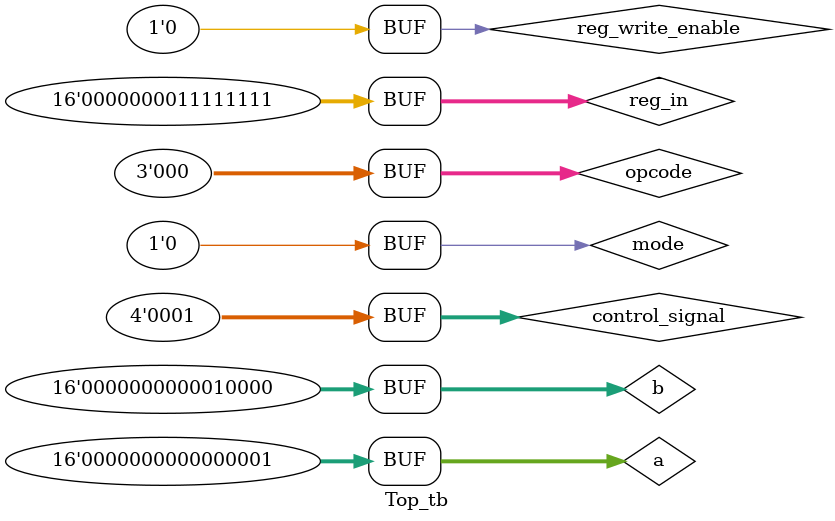
<source format=v>
`include "ALU.v"
`include "Register.v"  // Example module
`include "ControlUnit.v" // Example module

module Top_tb();
    // Declare signals for ALU
    reg [15:0] a;
    reg [15:0] b;
    reg [2:0] opcode;
    reg mode;
    wire [31:0] outALU;
    wire za, zb, eq, gt, lt;

    // Declare signals for Register
    reg [15:0] reg_in;
    reg reg_write_enable;
    wire [15:0] reg_out;

    // Declare signals for Control Unit
    reg [3:0] control_signal;
    wire [15:0] control_out;

    // Instantiate ALU
    ALU d1 (
        .a(a),
        .b(b),
        .opcode(opcode),
        .mode(mode),
        .outALU(outALU),
        .za(za),
        .zb(zb),
        .eq(eq),
        .gt(gt),
        .lt(lt)
    );

    // Instantiate Register
    Register r1 (
        .data_in(reg_in),
        .write_enable(reg_write_enable),
        .data_out(reg_out)
    );

    // Instantiate Control Unit
    ControlUnit cu (
        .control_signal(control_signal),
        .output_signal(control_out)
    );

    // Initialization
    initial begin
        // Initialize ALU signals
        a = 16'h0000;
        b = 16'h0000;
        mode = 0;
        opcode = 3'b000;

        // Initialize Register signals
        reg_in = 16'h0000;
        reg_write_enable = 0;

        // Initialize Control Unit signals
        control_signal = 4'b0000;

        // Start the simulation
        #10;
        // Add test cases here
        // Example ALU test
        mode = 0; // Arithmetic mode
        a = 16'h0001;
        b = 16'h0010;
        opcode = 3'b000; // Example opcode for addition
        #5;

        // Example Register test
        reg_in = 16'h00FF;
        reg_write_enable = 1; // Enable writing to register
        #5;
        reg_write_enable = 0; // Disable writing

        // Example Control Unit test
        control_signal = 4'b0001; // Example control signal
        #5;

        // Add more test cases as needed
        // ...
    end
endmodule
</source>
